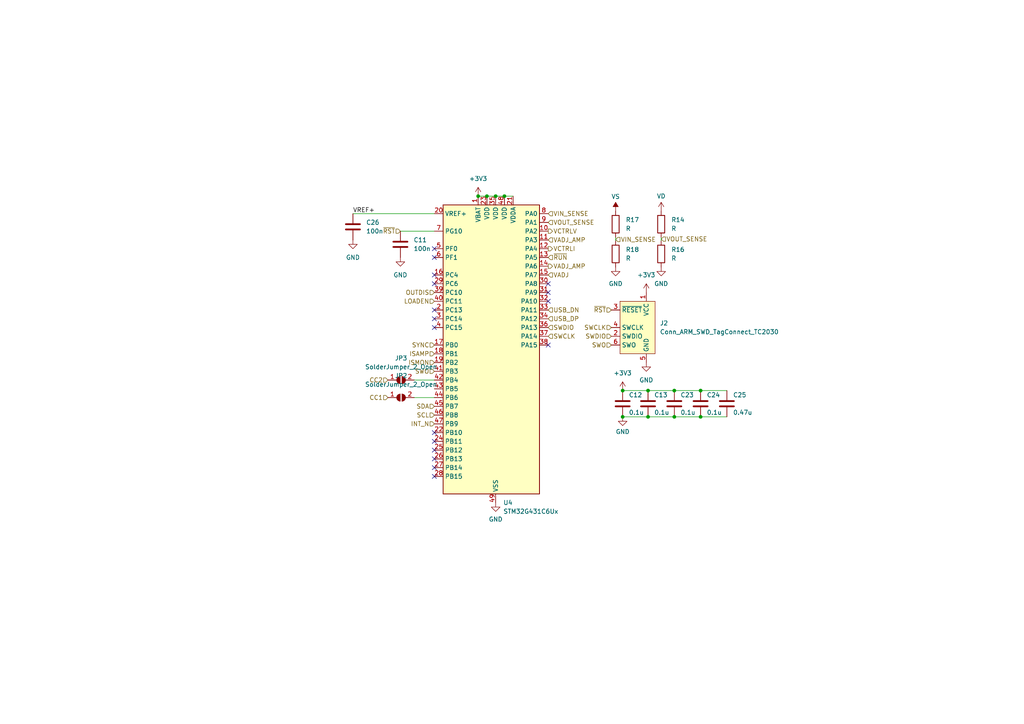
<source format=kicad_sch>
(kicad_sch (version 20230121) (generator eeschema)
  (paper "A4")
  (lib_symbols
    (symbol "Connector:Conn_ARM_SWD_TagConnect_TC2030" (in_bom no)
      (property "Reference" "J" (at 2.54 11.43 0))
      (property "Value" "Conn_ARM_SWD_TagConnect_TC2030" (at 5.08 8.89 0))
      (symbol "Conn_ARM_SWD_TagConnect_TC2030_0_0"
        (pin power_in line (at -2.54 10.16 270) (length 2.54) (name "VCC") (number "1"))
        (pin bidirectional line (at 7.62 -2.54 180) (length 2.54) (name "SWDIO") (number "2"))
        (pin open_collector line (at 7.62 5.08 180) (length 2.54) (name "~{RESET}") (number "3"))
        (pin output line (at 7.62 0 180) (length 2.54) (name "SWCLK") (number "4"))
        (pin power_in line (at -2.54 -10.16 90) (length 2.54) (name "GND") (number "5"))
        (pin input line (at 7.62 -5.08 180) (length 2.54) (name "SWO") (number "6"))
      )
      (symbol "Conn_ARM_SWD_TagConnect_TC2030_0_1"
        (rectangle (start -5.08 7.62) (end 5.08 -7.62) (fill (type background)))
      )
    )
    (symbol "Device:C" (pin_numbers hide) (pin_names (offset 0.254))
      (property "Reference" "C" (at 0.635 2.54 0))
      (property "Value" "C" (at 0.635 -2.54 0))
      (symbol "C_0_1"
        (polyline (pts (xy -2.032 -0.762) (xy 2.032 -0.762)) (stroke (width 0.508)))
        (polyline (pts (xy -2.032 0.762) (xy 2.032 0.762)) (stroke (width 0.508)))
      )
      (symbol "C_1_1"
        (pin passive line (at 0 3.81 270) (length 2.794) (name "~") (number "1"))
        (pin passive line (at 0 -3.81 90) (length 2.794) (name "~") (number "2"))
      )
    )
    (symbol "Device:R" (pin_numbers hide) (pin_names (offset 0))
      (property "Reference" "R" (at 2.032 0 90))
      (property "Value" "R" (at 0 0 90))
      (symbol "R_0_1"
        (rectangle (start -1.016 -2.54) (end 1.016 2.54) (stroke (width 0.254)))
      )
      (symbol "R_1_1"
        (pin passive line (at 0 3.81 270) (length 1.27) (name "~") (number "1"))
        (pin passive line (at 0 -3.81 90) (length 1.27) (name "~") (number "2"))
      )
    )
    (symbol "Jumper:SolderJumper_2_Open" (pin_names (offset 0) hide)
      (property "Reference" "JP" (at 0 2.032 0))
      (property "Value" "SolderJumper_2_Open" (at 0 -2.54 0))
      (symbol "SolderJumper_2_Open_0_1"
        (arc (start -0.254 1.016) (mid -1.2656 0) (end -0.254 -1.016))
        (arc (start -0.254 1.016) (mid -1.2656 0) (end -0.254 -1.016) (fill (type outline)))
        (polyline (pts (xy -0.254 1.016) (xy -0.254 -1.016)))
        (polyline (pts (xy 0.254 1.016) (xy 0.254 -1.016)))
        (arc (start 0.254 -1.016) (mid 1.2656 0) (end 0.254 1.016))
        (arc (start 0.254 -1.016) (mid 1.2656 0) (end 0.254 1.016) (fill (type outline)))
      )
      (symbol "SolderJumper_2_Open_1_1"
        (pin passive line (at -3.81 0 0) (length 2.54) (name "A") (number "1"))
        (pin passive line (at 3.81 0 180) (length 2.54) (name "B") (number "2"))
      )
    )
    (symbol "MCU_ST_STM32G4:STM32G431C6Ux"
      (property "Reference" "U" (at -12.7 44.45 0))
      (property "Value" "STM32G431C6Ux" (at 10.16 44.45 0))
      (symbol "STM32G431C6Ux_0_1"
        (rectangle (start -12.7 -40.64) (end 15.24 43.18) (stroke (width 0.254)) (fill (type background)))
      )
      (symbol "STM32G431C6Ux_1_1"
        (pin power_in line (at -2.54 45.72 270) (length 2.54) (name "VBAT") (number "1"))
        (pin bidirectional line (at 17.78 35.56 180) (length 2.54) (name "PA2") (number "10"))
        (pin bidirectional line (at 17.78 33.02 180) (length 2.54) (name "PA3") (number "11"))
        (pin bidirectional line (at 17.78 30.48 180) (length 2.54) (name "PA4") (number "12"))
        (pin bidirectional line (at 17.78 27.94 180) (length 2.54) (name "PA5") (number "13"))
        (pin bidirectional line (at 17.78 25.4 180) (length 2.54) (name "PA6") (number "14"))
        (pin bidirectional line (at 17.78 22.86 180) (length 2.54) (name "PA7") (number "15"))
        (pin bidirectional line (at -15.24 22.86 0) (length 2.54) (name "PC4") (number "16"))
        (pin bidirectional line (at -15.24 2.54 0) (length 2.54) (name "PB0") (number "17"))
        (pin bidirectional line (at -15.24 0 0) (length 2.54) (name "PB1") (number "18"))
        (pin bidirectional line (at -15.24 -2.54 0) (length 2.54) (name "PB2") (number "19"))
        (pin bidirectional line (at -15.24 12.7 0) (length 2.54) (name "PC13") (number "2"))
        (pin input line (at -15.24 40.64 0) (length 2.54) (name "VREF+") (number "20"))
        (pin power_in line (at 7.62 45.72 270) (length 2.54) (name "VDDA") (number "21"))
        (pin bidirectional line (at -15.24 -22.86 0) (length 2.54) (name "PB10") (number "22"))
        (pin power_in line (at 0 45.72 270) (length 2.54) (name "VDD") (number "23"))
        (pin bidirectional line (at -15.24 -25.4 0) (length 2.54) (name "PB11") (number "24"))
        (pin bidirectional line (at -15.24 -27.94 0) (length 2.54) (name "PB12") (number "25"))
        (pin bidirectional line (at -15.24 -30.48 0) (length 2.54) (name "PB13") (number "26"))
        (pin bidirectional line (at -15.24 -33.02 0) (length 2.54) (name "PB14") (number "27"))
        (pin bidirectional line (at -15.24 -35.56 0) (length 2.54) (name "PB15") (number "28"))
        (pin bidirectional line (at -15.24 20.32 0) (length 2.54) (name "PC6") (number "29"))
        (pin bidirectional line (at -15.24 10.16 0) (length 2.54) (name "PC14") (number "3"))
        (pin bidirectional line (at 17.78 20.32 180) (length 2.54) (name "PA8") (number "30"))
        (pin bidirectional line (at 17.78 17.78 180) (length 2.54) (name "PA9") (number "31"))
        (pin bidirectional line (at 17.78 15.24 180) (length 2.54) (name "PA10") (number "32"))
        (pin bidirectional line (at 17.78 12.7 180) (length 2.54) (name "PA11") (number "33"))
        (pin bidirectional line (at 17.78 10.16 180) (length 2.54) (name "PA12") (number "34"))
        (pin power_in line (at 2.54 45.72 270) (length 2.54) (name "VDD") (number "35"))
        (pin bidirectional line (at 17.78 7.62 180) (length 2.54) (name "PA13") (number "36"))
        (pin bidirectional line (at 17.78 5.08 180) (length 2.54) (name "PA14") (number "37"))
        (pin bidirectional line (at 17.78 2.54 180) (length 2.54) (name "PA15") (number "38"))
        (pin bidirectional line (at -15.24 17.78 0) (length 2.54) (name "PC10") (number "39"))
        (pin bidirectional line (at -15.24 7.62 0) (length 2.54) (name "PC15") (number "4"))
        (pin bidirectional line (at -15.24 15.24 0) (length 2.54) (name "PC11") (number "40"))
        (pin bidirectional line (at -15.24 -5.08 0) (length 2.54) (name "PB3") (number "41"))
        (pin bidirectional line (at -15.24 -7.62 0) (length 2.54) (name "PB4") (number "42"))
        (pin bidirectional line (at -15.24 -10.16 0) (length 2.54) (name "PB5") (number "43"))
        (pin bidirectional line (at -15.24 -12.7 0) (length 2.54) (name "PB6") (number "44"))
        (pin bidirectional line (at -15.24 -15.24 0) (length 2.54) (name "PB7") (number "45"))
        (pin bidirectional line (at -15.24 -17.78 0) (length 2.54) (name "PB8") (number "46"))
        (pin bidirectional line (at -15.24 -20.32 0) (length 2.54) (name "PB9") (number "47"))
        (pin power_in line (at 5.08 45.72 270) (length 2.54) (name "VDD") (number "48"))
        (pin power_in line (at 2.54 -43.18 90) (length 2.54) (name "VSS") (number "49"))
        (pin bidirectional line (at -15.24 30.48 0) (length 2.54) (name "PF0") (number "5"))
        (pin bidirectional line (at -15.24 27.94 0) (length 2.54) (name "PF1") (number "6"))
        (pin bidirectional line (at -15.24 35.56 0) (length 2.54) (name "PG10") (number "7"))
        (pin bidirectional line (at 17.78 40.64 180) (length 2.54) (name "PA0") (number "8"))
        (pin bidirectional line (at 17.78 38.1 180) (length 2.54) (name "PA1") (number "9"))
      )
    )
    (symbol "power:+3V3" (power) (pin_names (offset 0))
      (property "Value" "+3V3" (at 0 3.556 0))
      (symbol "+3V3_0_1"
        (polyline (pts (xy -0.762 1.27) (xy 0 2.54)))
        (polyline (pts (xy 0 0) (xy 0 2.54)))
        (polyline (pts (xy 0 2.54) (xy 0.762 1.27)))
      )
      (symbol "+3V3_1_1"
        (pin power_in line (at 0 0 90) (length 0) hide (name "+3V3") (number "1"))
      )
    )
    (symbol "power:GND" (power) (pin_names (offset 0))
      (property "Value" "GND" (at 0 -3.81 0))
      (symbol "GND_0_1"
        (polyline (pts (xy 0 0) (xy 0 -1.27) (xy 1.27 -1.27) (xy 0 -2.54) (xy -1.27 -1.27) (xy 0 -1.27)))
      )
      (symbol "GND_1_1"
        (pin power_in line (at 0 0 270) (length 0) hide (name "GND") (number "1"))
      )
    )
    (symbol "power:VD" (power) (pin_names (offset 0))
      (property "Value" "VD" (at 0 3.81 0))
      (symbol "VD_0_1"
        (polyline (pts (xy -0.762 1.27) (xy 0 2.54)))
        (polyline (pts (xy 0 0) (xy 0 2.54)))
        (polyline (pts (xy 0 2.54) (xy 0.762 1.27)))
      )
      (symbol "VD_1_1"
        (pin power_in line (at 0 0 90) (length 0) hide (name "VD") (number "1"))
      )
    )
    (symbol "power:VS" (power) (pin_names (offset 0))
      (property "Value" "VS" (at 0 3.81 0))
      (symbol "VS_0_1"
        (polyline (pts (xy 0 0) (xy 0 2.54)))
        (polyline (pts (xy 0.762 1.27) (xy -0.762 1.27) (xy 0 2.54) (xy 0.762 1.27)) (fill (type outline)))
      )
      (symbol "VS_1_1"
        (pin power_in line (at 0 0 90) (length 0) hide (name "VS") (number "1"))
      )
    )
  )
  (junction (at 203.2 120.904))
  (junction (at 143.764 56.896))
  (junction (at 195.58 120.904))
  (junction (at 187.96 113.284))
  (junction (at 180.594 120.904))
  (junction (at 146.304 56.896))
  (junction (at 138.684 56.896))
  (junction (at 141.224 56.896))
  (junction (at 187.96 120.904))
  (junction (at 180.594 113.284))
  (junction (at 195.58 113.284))
  (junction (at 203.2 113.284))
  (no_connect (at 125.984 130.556))
  (no_connect (at 125.984 92.456))
  (no_connect (at 125.984 82.296))
  (no_connect (at 125.984 94.996))
  (no_connect (at 125.984 89.916))
  (no_connect (at 125.984 125.476))
  (no_connect (at 125.984 138.176))
  (no_connect (at 159.004 84.836))
  (no_connect (at 159.004 100.076))
  (no_connect (at 159.004 82.296))
  (no_connect (at 125.984 79.756))
  (no_connect (at 125.984 74.676))
  (no_connect (at 125.984 133.096))
  (no_connect (at 125.984 72.136))
  (no_connect (at 125.984 135.636))
  (no_connect (at 125.984 128.016))
  (no_connect (at 159.004 87.376))
  (wire (pts (xy 120.142 110.236) (xy 125.984 110.236)))
  (wire (pts (xy 102.362 61.976) (xy 125.984 61.976)))
  (wire (pts (xy 191.77 68.834) (xy 191.77 69.85)))
  (wire (pts (xy 116.1288 67.056) (xy 125.984 67.056)))
  (wire (pts (xy 187.96 113.284) (xy 195.58 113.284)))
  (wire (pts (xy 203.2 113.284) (xy 210.82 113.284)))
  (wire (pts (xy 203.2 120.904) (xy 210.82 120.904)))
  (wire (pts (xy 141.224 56.896) (xy 143.764 56.896)))
  (wire (pts (xy 180.594 120.904) (xy 187.96 120.904)))
  (wire (pts (xy 138.684 56.896) (xy 141.224 56.896)))
  (wire (pts (xy 195.58 113.284) (xy 203.2 113.284)))
  (wire (pts (xy 187.96 120.904) (xy 195.58 120.904)))
  (wire (pts (xy 120.142 115.316) (xy 125.984 115.316)))
  (wire (pts (xy 143.764 56.896) (xy 146.304 56.896)))
  (wire (pts (xy 180.594 113.284) (xy 187.96 113.284)))
  (wire (pts (xy 178.562 68.834) (xy 178.562 69.85)))
  (wire (pts (xy 195.58 120.904) (xy 203.2 120.904)))
  (wire (pts (xy 146.304 56.896) (xy 148.844 56.896)))
  (label "VREF+" (at 102.362 61.976 0))
  (hierarchical_label "CC1" (shape input) (at 112.522 115.316 180))
  (hierarchical_label "VADJ_AMP" (shape output) (at 159.004 77.216 0))
  (hierarchical_label "VOUT_SENSE" (shape input) (at 191.77 69.342 0))
  (hierarchical_label "VADJ" (shape input) (at 159.004 79.756 0))
  (hierarchical_label "VIN_SENSE" (shape input) (at 159.004 61.976 0))
  (hierarchical_label "USB_DN" (shape input) (at 159.004 89.916 0))
  (hierarchical_label "SYNC" (shape input) (at 125.984 100.076 180))
  (hierarchical_label "LOADEN" (shape input) (at 125.984 87.376 180))
  (hierarchical_label "~{RUN}" (shape input) (at 159.004 74.676 0))
  (hierarchical_label "SWCLK" (shape input) (at 159.004 97.536 0))
  (hierarchical_label "CC2" (shape input) (at 112.522 110.236 180))
  (hierarchical_label "VOUT_SENSE" (shape input) (at 159.004 64.516 0))
  (hierarchical_label "SWDIO" (shape input) (at 177.292 97.536 180))
  (hierarchical_label "VIN_SENSE" (shape input) (at 178.562 69.469 0))
  (hierarchical_label "~{RST}" (shape input) (at 177.292 89.916 180))
  (hierarchical_label "USB_DP" (shape input) (at 159.004 92.456 0))
  (hierarchical_label "VCTRLV" (shape output) (at 159.004 67.056 0))
  (hierarchical_label "~{RST}" (shape input) (at 116.1288 67.056 180))
  (hierarchical_label "SWDIO" (shape input) (at 159.004 94.996 0))
  (hierarchical_label "OUTDIS" (shape input) (at 125.984 84.836 180))
  (hierarchical_label "SCL" (shape input) (at 125.984 120.396 180))
  (hierarchical_label "INT_N" (shape input) (at 125.984 122.936 180))
  (hierarchical_label "SWO" (shape input) (at 177.292 100.076 180))
  (hierarchical_label "SDA" (shape input) (at 125.984 117.856 180))
  (hierarchical_label "VCTRLI" (shape output) (at 159.004 72.136 0))
  (hierarchical_label "ISMON" (shape input) (at 125.984 105.156 180))
  (hierarchical_label "ISAMP" (shape input) (at 125.984 102.616 180))
  (hierarchical_label "SWCLK" (shape input) (at 177.292 94.996 180))
  (hierarchical_label "SWO" (shape input) (at 125.984 107.696 180))
  (hierarchical_label "VADJ_AMP" (shape input) (at 159.004 69.596 0))
  (symbol (lib_id "power:GND") (at 180.594 120.904 0) (unit 1)
    (property "Reference" "#PWR029" (effects hide))
    (property "Value" "GND" (at 180.594 125.222 0))
    (instances (project "PD Charger" (path "" (reference "#PWR029") (unit 1)) (path "" (reference "#PWR048") (unit 1))))
  )
  (symbol (lib_id "Jumper:SolderJumper_2_Open") (at 116.332 110.236 0) (unit 1)
    (property "Reference" "JP3" (at 116.332 103.886 0))
    (property "Value" "SolderJumper_2_Open" (at 116.332 106.426 0))
    (property "Footprint" "Jumper:SolderJumper-2_P1.3mm_Open_RoundedPad1.0x1.5mm" (effects hide))
    (instances (project "PD Charger" (path "" (reference "JP3") (unit 1)) (path "" (reference "JP4") (unit 1))))
  )
  (symbol (lib_id "power:+3V3") (at 180.594 113.284 0) (unit 1)
    (property "Reference" "#PWR028" (effects hide))
    (property "Value" "+3V3" (at 180.594 108.204 0))
    (instances (project "PD Charger" (path "" (reference "#PWR028") (unit 1)) (path "" (reference "#PWR047") (unit 1))))
  )
  (symbol (lib_id "Device:R") (at 178.562 65.024 0) (unit 1)
    (property "Reference" "R17" (at 181.483 63.754 0) (effects (justify left)))
    (property "Value" "R" (at 181.483 66.294 0) (effects (justify left)))
    (property "Footprint" "Resistor_SMD:R_0603_1608Metric" (effects hide))
    (instances (project "PD Charger" (path "" (reference "R17") (unit 1)) (path "" (reference "R21") (unit 1))))
  )
  (symbol (lib_id "Device:C") (at 195.58 117.094 0) (unit 1)
    (property "Reference" "C23" (at 197.358 114.554 0) (effects (justify left)))
    (property "Value" "0.1u" (at 197.358 119.634 0) (effects (justify left)))
    (property "Footprint" "Capacitor_SMD:C_0603_1608Metric" (effects hide))
    (instances (project "PD Charger" (path "" (reference "C23") (unit 1)) (path "" (reference "C41") (unit 1))))
  )
  (symbol (lib_id "power:GND") (at 187.452 105.156 0) (unit 1)
    (property "Reference" "#PWR025" (effects hide))
    (property "Value" "GND" (at 187.452 110.236 0))
    (instances (project "PD Charger" (path "" (reference "#PWR025") (unit 1)) (path "" (reference "#PWR050") (unit 1))))
  )
  (symbol (lib_id "Device:C") (at 187.96 117.094 0) (unit 1)
    (property "Reference" "C13" (at 189.738 114.554 0) (effects (justify left)))
    (property "Value" "0.1u" (at 189.738 119.634 0) (effects (justify left)))
    (property "Footprint" "Capacitor_SMD:C_0603_1608Metric" (effects hide))
    (instances (project "PD Charger" (path "" (reference "C13") (unit 1)) (path "" (reference "C40") (unit 1))))
  )
  (symbol (lib_id "Device:C") (at 116.1288 70.866 0) (unit 1)
    (property "Reference" "C11" (at 119.9388 69.596 0) (effects (justify left)))
    (property "Value" "100n" (at 119.9388 72.136 0) (effects (justify left)))
    (property "Footprint" "Capacitor_SMD:C_0603_1608Metric" (effects hide))
    (instances (project "PD Charger" (path "" (reference "C11") (unit 1)) (path "" (reference "C38") (unit 1))))
  )
  (symbol (lib_id "power:GND") (at 116.1288 74.676 0) (unit 1)
    (property "Reference" "#PWR024" (effects hide))
    (property "Value" "GND" (at 116.1288 79.756 0))
    (instances (project "PD Charger" (path "" (reference "#PWR024") (unit 1)) (path "" (reference "#PWR042") (unit 1))))
  )
  (symbol (lib_id "Device:R") (at 191.77 65.024 0) (unit 1)
    (property "Reference" "R14" (at 194.691 63.754 0) (effects (justify left)))
    (property "Value" "R" (at 194.691 66.294 0) (effects (justify left)))
    (property "Footprint" "Resistor_SMD:R_0603_1608Metric" (effects hide))
    (instances (project "PD Charger" (path "" (reference "R14") (unit 1)) (path "" (reference "R23") (unit 1))))
  )
  (symbol (lib_id "power:GND") (at 143.764 145.796 0) (unit 1)
    (property "Reference" "#PWR015" (effects hide))
    (property "Value" "GND" (at 143.764 150.622 0))
    (instances (project "PD Charger" (path "" (reference "#PWR015") (unit 1)) (path "" (reference "#PWR044") (unit 1))))
  )
  (symbol (lib_id "Device:C") (at 210.82 117.094 0) (unit 1)
    (property "Reference" "C25" (at 212.598 114.554 0) (effects (justify left)))
    (property "Value" "0.47u" (at 212.598 119.634 0) (effects (justify left)))
    (property "Footprint" "Capacitor_SMD:C_0603_1608Metric" (effects hide))
    (instances (project "PD Charger" (path "" (reference "C25") (unit 1)) (path "" (reference "C43") (unit 1))))
  )
  (symbol (lib_id "Connector:Conn_ARM_SWD_TagConnect_TC2030") (at 184.912 94.996 0) (mirror y) (unit 1) (in_bom no)
    (property "Reference" "J2" (at 191.389 93.726 0) (effects (justify right)))
    (property "Value" "Conn_ARM_SWD_TagConnect_TC2030" (at 191.389 96.266 0) (effects (justify right)))
    (property "Footprint" "Connector:Tag-Connect_TC2030-IDC-FP_2x03_P1.27mm_Vertical" (effects hide))
    (property "Datasheet" "https://www.tag-connect.com/wp-content/uploads/bsk-pdf-manager/TC2030-CTX_1.pdf" (effects hide))
    (instances (project "PD Charger" (path "" (reference "J2") (unit 1)) (path "" (reference "J4") (unit 1))))
  )
  (symbol (lib_id "power:GND") (at 102.362 69.596 0) (unit 1)
    (property "Reference" "#PWR030" (effects hide))
    (property "Value" "GND" (at 102.362 74.676 0))
    (instances (project "PD Charger" (path "" (reference "#PWR030") (unit 1)) (path "" (reference "#PWR041") (unit 1))))
  )
  (symbol (lib_id "power:GND") (at 191.77 77.47 0) (unit 1)
    (property "Reference" "#PWR021" (effects hide))
    (property "Value" "GND" (at 191.77 82.296 0))
    (instances (project "PD Charger" (path "" (reference "#PWR021") (unit 1)) (path "" (reference "#PWR052") (unit 1))))
  )
  (symbol (lib_id "power:+3V3") (at 138.684 56.896 0) (unit 1)
    (property "Reference" "#PWR026" (effects hide))
    (property "Value" "+3V3" (at 138.684 51.816 0))
    (instances (project "PD Charger" (path "" (reference "#PWR026") (unit 1)) (path "" (reference "#PWR043") (unit 1))))
  )
  (symbol (lib_id "Device:C") (at 102.362 65.786 0) (unit 1)
    (property "Reference" "C26" (at 106.172 64.516 0) (effects (justify left)))
    (property "Value" "100n" (at 106.172 67.056 0) (effects (justify left)))
    (property "Footprint" "Capacitor_SMD:C_0603_1608Metric" (effects hide))
    (instances (project "PD Charger" (path "" (reference "C26") (unit 1)) (path "" (reference "C37") (unit 1))))
  )
  (symbol (lib_id "power:VD") (at 191.77 61.214 0) (unit 1)
    (property "Reference" "#PWR020" (effects hide))
    (property "Value" "VD" (at 191.77 56.896 0))
    (instances (project "PD Charger" (path "" (reference "#PWR020") (unit 1)) (path "" (reference "#PWR051") (unit 1))))
  )
  (symbol (lib_id "power:VS") (at 178.562 61.214 0) (unit 1)
    (property "Reference" "#PWR022" (effects hide))
    (property "Value" "VS" (at 178.562 57.023 0))
    (instances (project "PD Charger" (path "" (reference "#PWR022") (unit 1)) (path "" (reference "#PWR045") (unit 1))))
  )
  (symbol (lib_id "power:GND") (at 178.562 77.47 0) (unit 1)
    (property "Reference" "#PWR023" (effects hide))
    (property "Value" "GND" (at 178.562 82.296 0))
    (instances (project "PD Charger" (path "" (reference "#PWR023") (unit 1)) (path "" (reference "#PWR046") (unit 1))))
  )
  (symbol (lib_id "Device:R") (at 191.77 73.66 0) (unit 1)
    (property "Reference" "R16" (at 194.691 72.39 0) (effects (justify left)))
    (property "Value" "R" (at 194.691 74.93 0) (effects (justify left)))
    (property "Footprint" "Resistor_SMD:R_0603_1608Metric" (effects hide))
    (instances (project "PD Charger" (path "" (reference "R16") (unit 1)) (path "" (reference "R24") (unit 1))))
  )
  (symbol (lib_id "MCU_ST_STM32G4:STM32G431C6Ux") (at 141.224 102.616 0) (unit 1)
    (property "Reference" "U4" (at 145.9581 145.796 0) (effects (justify left)))
    (property "Value" "STM32G431C6Ux" (at 145.9581 148.336 0) (effects (justify left)))
    (property "Footprint" "Package_DFN_QFN:QFN-48-1EP_7x7mm_P0.5mm_EP5.6x5.6mm" (effects hide))
    (property "Datasheet" "https://www.st.com/resource/en/datasheet/stm32g431c6.pdf" (effects hide))
    (instances (project "PD Charger" (path "" (reference "U4") (unit 1)) (path "" (reference "U5") (unit 1))))
  )
  (symbol (lib_id "Device:C") (at 180.594 117.094 0) (unit 1)
    (property "Reference" "C12" (at 182.372 114.554 0) (effects (justify left)))
    (property "Value" "0.1u" (at 182.372 119.634 0) (effects (justify left)))
    (property "Footprint" "Capacitor_SMD:C_0603_1608Metric" (effects hide))
    (instances (project "PD Charger" (path "" (reference "C12") (unit 1)) (path "" (reference "C39") (unit 1))))
  )
  (symbol (lib_id "Device:C") (at 203.2 117.094 0) (unit 1)
    (property "Reference" "C24" (at 204.978 114.554 0) (effects (justify left)))
    (property "Value" "0.1u" (at 204.978 119.634 0) (effects (justify left)))
    (property "Footprint" "Capacitor_SMD:C_0603_1608Metric" (effects hide))
    (instances (project "PD Charger" (path "" (reference "C24") (unit 1)) (path "" (reference "C42") (unit 1))))
  )
  (symbol (lib_id "power:+3V3") (at 187.452 84.836 0) (unit 1)
    (property "Reference" "#PWR027" (effects hide))
    (property "Value" "+3V3" (at 187.452 79.756 0))
    (instances (project "PD Charger" (path "" (reference "#PWR027") (unit 1)) (path "" (reference "#PWR049") (unit 1))))
  )
  (symbol (lib_id "Device:R") (at 178.562 73.66 0) (unit 1)
    (property "Reference" "R18" (at 181.483 72.39 0) (effects (justify left)))
    (property "Value" "R" (at 181.483 74.93 0) (effects (justify left)))
    (property "Footprint" "Resistor_SMD:R_0603_1608Metric" (effects hide))
    (instances (project "PD Charger" (path "" (reference "R18") (unit 1)) (path "" (reference "R22") (unit 1))))
  )
  (symbol (lib_id "Jumper:SolderJumper_2_Open") (at 116.332 115.316 0) (unit 1)
    (property "Reference" "JP2" (at 116.332 108.966 0))
    (property "Value" "SolderJumper_2_Open" (at 116.332 111.506 0))
    (property "Footprint" "Jumper:SolderJumper-2_P1.3mm_Open_RoundedPad1.0x1.5mm" (effects hide))
    (instances (project "PD Charger" (path "" (reference "JP2") (unit 1)) (path "" (reference "JP5") (unit 1))))
  )
)
</source>
